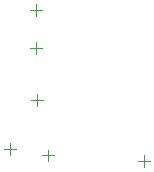
<source format=gbr>
G04*
G04 #@! TF.GenerationSoftware,Altium Limited,Altium Designer,23.3.1 (30)*
G04*
G04 Layer_Color=0*
%FSLAX25Y25*%
%MOIN*%
G70*
G04*
G04 #@! TF.SameCoordinates,9E9A1B20-5B00-4279-B210-449FD35A5861*
G04*
G04*
G04 #@! TF.FilePolarity,Positive*
G04*
G01*
G75*
%ADD11C,0.00394*%
D11*
X201243Y225636D02*
X205180D01*
X203211Y223668D02*
Y227605D01*
X156519Y229832D02*
X160456D01*
X158488Y227863D02*
Y231800D01*
X165468Y246209D02*
X169405D01*
X167436Y244240D02*
Y248177D01*
X165070Y263413D02*
X169007D01*
X167038Y261444D02*
Y265381D01*
X165001Y276069D02*
X168938D01*
X166969Y274100D02*
Y278038D01*
X170962Y225660D02*
Y229597D01*
X168993Y227628D02*
X172930D01*
M02*

</source>
